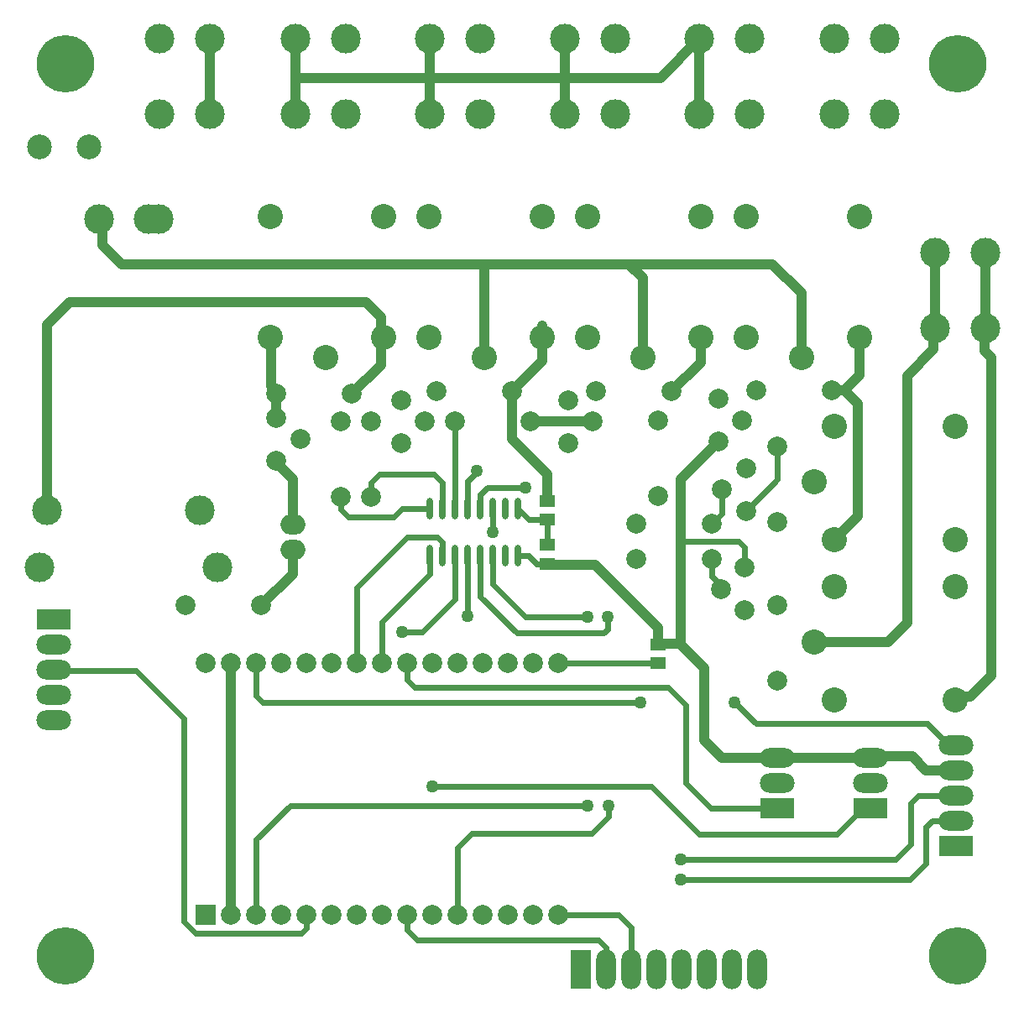
<source format=gbr>
G04*
G04 #@! TF.GenerationSoftware,Altium Limited,Altium Designer,24.3.1 (35)*
G04*
G04 Layer_Physical_Order=1*
G04 Layer_Color=255*
%FSLAX25Y25*%
%MOIN*%
G70*
G04*
G04 #@! TF.SameCoordinates,1CC19C7B-97DE-4EE6-9EAD-702A75026B31*
G04*
G04*
G04 #@! TF.FilePolarity,Positive*
G04*
G01*
G75*
%ADD19O,0.02362X0.08661*%
%ADD20R,0.05906X0.05118*%
%ADD37C,0.02362*%
%ADD38C,0.03937*%
%ADD39C,0.11811*%
%ADD40C,0.07874*%
%ADD41R,0.07874X0.07874*%
%ADD42C,0.10000*%
%ADD43O,0.09843X0.07874*%
%ADD44O,0.13780X0.07874*%
%ADD45R,0.13780X0.07874*%
%ADD46O,0.07874X0.15748*%
%ADD47R,0.07874X0.15748*%
%ADD48O,0.07874X0.15748*%
%ADD49C,0.09843*%
%ADD50C,0.22835*%
%ADD51C,0.05000*%
%ADD52C,0.03937*%
D19*
X199500Y197449D02*
D03*
X194500D02*
D03*
X189500D02*
D03*
X184500D02*
D03*
X179500D02*
D03*
X174500D02*
D03*
X169500D02*
D03*
X164500D02*
D03*
X199500Y178551D02*
D03*
X194500D02*
D03*
X189500D02*
D03*
X184500D02*
D03*
X179500D02*
D03*
X174500D02*
D03*
X169500D02*
D03*
X164500D02*
D03*
D20*
X211000Y183000D02*
D03*
Y175520D02*
D03*
Y193000D02*
D03*
Y200480D02*
D03*
X255000Y143500D02*
D03*
Y136020D02*
D03*
D37*
X18500Y133000D02*
X47900D01*
X129000Y197000D02*
Y202000D01*
Y197000D02*
X132000Y194000D01*
X150000D01*
X271500Y68000D02*
X326047D01*
X165500Y87000D02*
X252500Y87000D01*
X271500Y68000D01*
X266000Y88500D02*
X276000Y78500D01*
X302500D01*
X235500Y75000D02*
Y79500D01*
X228806Y68306D02*
X235500Y75000D01*
X336547Y78500D02*
X339500D01*
X326047Y68000D02*
X336547Y78500D01*
X294000Y112000D02*
X362047D01*
X285500Y120500D02*
X294000Y112000D01*
X264000Y50000D02*
X355000D01*
X263500Y58000D02*
X264000D01*
X175500Y36000D02*
Y62616D01*
X349500Y58000D02*
X355500Y64000D01*
X264000Y58000D02*
X349500Y58000D01*
X175500Y62616D02*
X181190Y68306D01*
X228806D01*
X155500Y30000D02*
X159600Y25900D01*
X155500Y30000D02*
Y36000D01*
X159600Y25900D02*
X231600D01*
X355000Y50000D02*
X361500Y56500D01*
Y71000D01*
X364000Y73500D01*
X373500D01*
X355500Y64000D02*
Y80500D01*
X358500Y83500D02*
X373500D01*
X355500Y80500D02*
X358500Y83500D01*
X362047Y112000D02*
X370547Y103500D01*
X373500D01*
X95500Y123000D02*
X98000Y120500D01*
X248000D01*
X266000Y88500D02*
Y119500D01*
X259000Y126500D02*
X266000Y119500D01*
X95500Y123000D02*
Y136000D01*
X109000Y79500D02*
X227000D01*
X95500Y66000D02*
X109000Y79500D01*
X95500Y36000D02*
Y66000D01*
X264000Y184500D02*
X287000D01*
X289500Y182000D01*
Y174000D02*
Y182000D01*
X276500Y170492D02*
Y179000D01*
Y170492D02*
X280000Y166991D01*
Y165500D02*
Y166991D01*
X158500Y126500D02*
X259000D01*
X155500Y129500D02*
Y136000D01*
Y129500D02*
X158500Y126500D01*
X233616Y148000D02*
X235000Y149384D01*
X199000Y148000D02*
X233616D01*
X184500Y162500D02*
X199000Y148000D01*
X235000Y149384D02*
Y154500D01*
X202500D02*
X227000D01*
X189500Y167500D02*
X202500Y154500D01*
X189500Y167500D02*
Y178551D01*
Y188000D02*
Y197449D01*
X179500D02*
Y208286D01*
X183000Y211786D01*
Y212500D01*
X174500Y197449D02*
Y232000D01*
X184500Y162500D02*
Y178551D01*
X135500Y136000D02*
Y166000D01*
X155600Y186100D02*
X167500D01*
X135500Y166000D02*
X155600Y186100D01*
X174500Y161500D02*
Y178551D01*
X161500Y148500D02*
X174500Y161500D01*
X153500Y148500D02*
X161500D01*
X71500Y28800D02*
X113500D01*
X115500Y30800D02*
Y36000D01*
X66800Y33500D02*
X71500Y28800D01*
X113500D02*
X115500Y30800D01*
X254990Y136010D02*
X255000Y136020D01*
X215510Y136010D02*
X254990D01*
X215500Y136000D02*
X215510Y136010D01*
X145500Y152500D02*
X164500Y171500D01*
X145500Y136000D02*
Y152500D01*
X164500Y171500D02*
Y178551D01*
X141000Y202000D02*
X141177Y202177D01*
Y207677D02*
X144500Y211000D01*
X141177Y202177D02*
Y207677D01*
X153449Y197449D02*
X164500D01*
X150000Y194000D02*
X153449Y197449D01*
X144500Y211000D02*
X166100D01*
X164500Y195000D02*
Y197449D01*
X179500Y154750D02*
Y178551D01*
X203949Y193000D02*
X211000D01*
X199500Y197449D02*
X203949Y193000D01*
X280500Y195500D02*
Y205000D01*
X276500Y191500D02*
X280500Y195500D01*
X66800Y33500D02*
Y114100D01*
X47900Y133000D02*
X66800Y114100D01*
X167500Y186100D02*
X169500Y184100D01*
Y178551D02*
Y184100D01*
X234500Y14500D02*
Y23000D01*
X231600Y25900D02*
X234500Y23000D01*
X244500Y14500D02*
Y31000D01*
X239500Y36000D02*
X244500Y31000D01*
X215500Y36000D02*
X239500D01*
X187300Y205800D02*
X202500D01*
X184500Y203000D02*
X187300Y205800D01*
X184500Y197449D02*
Y203000D01*
X169500Y197449D02*
Y207600D01*
X166100Y211000D02*
X169500Y207600D01*
X302500Y209000D02*
Y222000D01*
X290000Y196500D02*
X302500Y209000D01*
X206731Y175520D02*
X211000D01*
X203700Y178551D02*
X206731Y175520D01*
X199500Y178551D02*
X203700D01*
X211000Y183000D02*
Y193000D01*
D38*
X255000Y143723D02*
X263723D01*
X97500Y159000D02*
X110000Y171500D01*
Y181000D01*
X73157Y196752D02*
X74374Y197968D01*
X103500Y215581D02*
X110000Y209081D01*
X103500Y215581D02*
Y216500D01*
X110000Y191000D02*
Y209081D01*
X80244Y172930D02*
Y173917D01*
X85500Y36000D02*
Y136000D01*
X354000Y250000D02*
X364585Y260585D01*
Y268585D02*
X365000Y269000D01*
X364585Y260585D02*
Y268585D01*
X384915Y260085D02*
X387500Y257500D01*
X384915Y268915D02*
X385000Y269000D01*
X384915Y260085D02*
Y268915D01*
X387500Y131000D02*
Y257500D01*
X385000Y269000D02*
Y299000D01*
X365000Y269000D02*
Y299000D01*
X329000Y244500D02*
X335000Y250500D01*
Y265500D01*
X312000Y257500D02*
Y283000D01*
X300500Y294500D02*
X312000Y283000D01*
X272000Y255500D02*
Y265424D01*
X260500Y244000D02*
X272000Y255500D01*
X243500Y294500D02*
X249000Y289000D01*
Y257196D02*
Y289000D01*
X243500Y294500D02*
X300500D01*
X197000Y244000D02*
X209000Y256000D01*
Y270164D01*
X186000Y255250D02*
Y294500D01*
X42000D02*
X186000D01*
X243500D01*
X139000Y279500D02*
X145000Y273500D01*
Y254500D02*
Y273500D01*
X21500Y279500D02*
X139000D01*
X133500Y243000D02*
X145000Y254500D01*
X103500Y233167D02*
Y244065D01*
X101500Y246065D02*
X103500Y244065D01*
X101000Y265500D02*
X101500Y265000D01*
Y246065D02*
Y265000D01*
X255000Y143723D02*
Y150000D01*
Y143500D02*
Y143723D01*
X273500Y105500D02*
X280500Y98500D01*
X302500D02*
X339500D01*
X280500D02*
X302500D01*
X273500Y105500D02*
Y133946D01*
X263723Y143723D02*
X273500Y133946D01*
X339500Y98500D02*
X340000Y99000D01*
X356000D01*
X361500Y93500D01*
X373500D01*
X264000Y184500D02*
Y209000D01*
Y144000D02*
Y184500D01*
X211591Y174929D02*
X230071D01*
X255000Y150000D01*
X374160Y122660D02*
X379160D01*
X373000Y121500D02*
X374160Y122660D01*
X379160D02*
X387500Y131000D01*
X317000Y144500D02*
X346500D01*
X354000Y152000D01*
Y250000D01*
X325000Y185000D02*
X334400Y194400D01*
X263723Y143723D02*
X264000Y144000D01*
Y209000D02*
X279000Y224000D01*
X211000Y175520D02*
X211591Y174929D01*
X204500Y232000D02*
X229000D01*
X324000Y244500D02*
X329000D01*
X329523Y243977D02*
X334400Y239100D01*
Y194400D02*
Y239100D01*
X12528Y270528D02*
X21500Y279500D01*
X12528Y196752D02*
Y270528D01*
X34507Y301993D02*
Y310993D01*
X33000Y312500D02*
X34507Y310993D01*
Y301993D02*
X42000Y294500D01*
X77000Y354000D02*
Y384000D01*
X271500Y354000D02*
Y384000D01*
X218000Y368500D02*
X256000D01*
X164500D02*
X218000D01*
Y384000D01*
Y354000D02*
Y368500D01*
X111000D02*
X164500D01*
X111000D02*
Y384000D01*
Y354000D02*
Y368500D01*
X164500D02*
Y384000D01*
Y354000D02*
Y368500D01*
X256000D02*
X271500Y384000D01*
X211000Y200480D02*
Y210973D01*
X197000Y224973D02*
X211000Y210973D01*
X197000Y224973D02*
Y244000D01*
D39*
X9378Y173917D02*
D03*
X80244D02*
D03*
X33000Y312500D02*
D03*
X56622D02*
D03*
X385000Y299000D02*
D03*
Y269000D02*
D03*
X365000Y299000D02*
D03*
Y269000D02*
D03*
X12528Y196752D02*
D03*
X73157D02*
D03*
X33000Y312500D02*
D03*
X52685D02*
D03*
X77000Y384000D02*
D03*
Y354000D02*
D03*
X57000Y384000D02*
D03*
Y354000D02*
D03*
X131000Y384000D02*
D03*
Y354000D02*
D03*
X111000Y384000D02*
D03*
Y354000D02*
D03*
X184500Y384000D02*
D03*
Y354000D02*
D03*
X164500Y384000D02*
D03*
Y354000D02*
D03*
X238000Y384000D02*
D03*
Y354000D02*
D03*
X218000Y384000D02*
D03*
Y354000D02*
D03*
X291500Y384000D02*
D03*
Y354000D02*
D03*
X271500Y384000D02*
D03*
Y354000D02*
D03*
X345000Y384000D02*
D03*
Y354000D02*
D03*
X325000Y384000D02*
D03*
Y354000D02*
D03*
D40*
X215500Y136000D02*
D03*
X205500D02*
D03*
X195500D02*
D03*
X185500D02*
D03*
X175500D02*
D03*
X165500D02*
D03*
X155500D02*
D03*
X145500D02*
D03*
X135500D02*
D03*
X125500D02*
D03*
X115500D02*
D03*
X105500D02*
D03*
X95500D02*
D03*
X85500D02*
D03*
X75500D02*
D03*
X215500Y36000D02*
D03*
X205500D02*
D03*
X195500D02*
D03*
X185500D02*
D03*
X175500D02*
D03*
X165500D02*
D03*
X155500D02*
D03*
X145500D02*
D03*
X135500D02*
D03*
X125500D02*
D03*
X115500D02*
D03*
X105500D02*
D03*
X95500D02*
D03*
X85500D02*
D03*
X289500Y174000D02*
D03*
X280000Y165500D02*
D03*
X289500Y157000D02*
D03*
X302500Y159000D02*
D03*
Y129000D02*
D03*
X276500Y177500D02*
D03*
X246500D02*
D03*
X103500Y233500D02*
D03*
X113000Y225000D02*
D03*
X103500Y216500D02*
D03*
X133500Y243000D02*
D03*
X103500D02*
D03*
X129000Y202000D02*
D03*
Y232000D02*
D03*
X153000Y240500D02*
D03*
X162500Y232000D02*
D03*
X153000Y223500D02*
D03*
X141000Y202000D02*
D03*
Y232000D02*
D03*
X197000Y244000D02*
D03*
X167000D02*
D03*
X174500Y232000D02*
D03*
X204500D02*
D03*
X219500Y240500D02*
D03*
X229000Y232000D02*
D03*
X219500Y223500D02*
D03*
X260500Y244000D02*
D03*
X230500D02*
D03*
X255000Y202500D02*
D03*
Y232500D02*
D03*
X279000Y241000D02*
D03*
X288500Y232500D02*
D03*
X279000Y224000D02*
D03*
X324000Y244500D02*
D03*
X294000D02*
D03*
X246500Y191500D02*
D03*
X276500D02*
D03*
X302500Y192000D02*
D03*
Y222000D02*
D03*
X290000Y196500D02*
D03*
X280500Y205000D02*
D03*
X290000Y213500D02*
D03*
X67500Y159000D02*
D03*
X97500D02*
D03*
D41*
X75500Y36000D02*
D03*
D42*
X325000Y166500D02*
D03*
Y121500D02*
D03*
X317000Y144500D02*
D03*
X373000Y166500D02*
D03*
Y121500D02*
D03*
Y185000D02*
D03*
Y230000D02*
D03*
X317000Y208000D02*
D03*
X325000Y185000D02*
D03*
Y230000D02*
D03*
X146000Y313500D02*
D03*
X101000D02*
D03*
X123000Y257500D02*
D03*
X146000Y265500D02*
D03*
X101000D02*
D03*
X209000Y313500D02*
D03*
X164000D02*
D03*
X186000Y257500D02*
D03*
X209000Y265500D02*
D03*
X164000D02*
D03*
X272000Y313500D02*
D03*
X227000D02*
D03*
X249000Y257500D02*
D03*
X272000Y265500D02*
D03*
X227000D02*
D03*
X335000Y313500D02*
D03*
X290000D02*
D03*
X312000Y257500D02*
D03*
X335000Y265500D02*
D03*
X290000D02*
D03*
D43*
X110000Y181000D02*
D03*
Y191000D02*
D03*
D44*
X373500Y73500D02*
D03*
Y83500D02*
D03*
Y93500D02*
D03*
Y103500D02*
D03*
X339500Y88500D02*
D03*
Y98500D02*
D03*
X302500Y88500D02*
D03*
Y98500D02*
D03*
X15000Y143500D02*
D03*
Y133500D02*
D03*
Y123500D02*
D03*
Y113500D02*
D03*
D45*
X373500Y63500D02*
D03*
X339500Y78500D02*
D03*
X302500D02*
D03*
X15000Y153500D02*
D03*
D46*
X264500Y14500D02*
D03*
X244500D02*
D03*
X254500D02*
D03*
X284500D02*
D03*
X274500D02*
D03*
X294500D02*
D03*
D47*
X224500D02*
D03*
D48*
X234500D02*
D03*
D49*
X9315Y341000D02*
D03*
X29000D02*
D03*
D50*
X19685Y19685D02*
D03*
Y374016D02*
D03*
X374016D02*
D03*
Y19685D02*
D03*
D51*
X165500Y87000D02*
D03*
X264000Y58000D02*
D03*
Y50000D02*
D03*
X285500Y120500D02*
D03*
X248000D02*
D03*
X235500Y79500D02*
D03*
X227000D02*
D03*
X235000Y154500D02*
D03*
X227000D02*
D03*
X189500Y188000D02*
D03*
X183000Y212500D02*
D03*
X153500Y148500D02*
D03*
X179500Y154750D02*
D03*
X202500Y205800D02*
D03*
D52*
X25810Y13560D02*
D03*
X13560D02*
D03*
X11024Y19685D02*
D03*
X13560Y25810D02*
D03*
X26006Y25908D02*
D03*
X28543Y19783D02*
D03*
X19685Y11024D02*
D03*
Y28346D02*
D03*
X25810Y367891D02*
D03*
X13560D02*
D03*
X11024Y374016D02*
D03*
X13560Y380140D02*
D03*
X26006Y380239D02*
D03*
X28543Y374114D02*
D03*
X19685Y365354D02*
D03*
Y382677D02*
D03*
X380140Y367891D02*
D03*
X367891D02*
D03*
X365354Y374016D02*
D03*
X367891Y380140D02*
D03*
X380337Y380239D02*
D03*
X382874Y374114D02*
D03*
X374016Y365354D02*
D03*
Y382677D02*
D03*
X380140Y13560D02*
D03*
X367891D02*
D03*
X365354Y19685D02*
D03*
X367891Y25810D02*
D03*
X380337Y25908D02*
D03*
X382874Y19783D02*
D03*
X374016Y11024D02*
D03*
Y28346D02*
D03*
M02*

</source>
